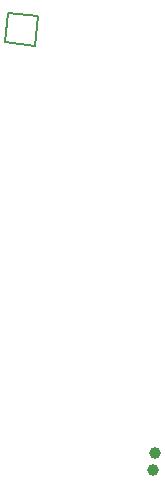
<source format=gbr>
%TF.GenerationSoftware,KiCad,Pcbnew,(6.0.10)*%
%TF.CreationDate,2022-12-29T01:24:58+02:00*%
%TF.ProjectId,fudim,66756469-6d2e-46b6-9963-61645f706362,v1.0.0*%
%TF.SameCoordinates,Original*%
%TF.FileFunction,Legend,Top*%
%TF.FilePolarity,Positive*%
%FSLAX46Y46*%
G04 Gerber Fmt 4.6, Leading zero omitted, Abs format (unit mm)*
G04 Created by KiCad (PCBNEW (6.0.10)) date 2022-12-29 01:24:58*
%MOMM*%
%LPD*%
G01*
G04 APERTURE LIST*
%ADD10C,0.150000*%
%ADD11C,1.000000*%
G04 APERTURE END LIST*
D10*
%TO.C,*%
%TO.C,MCU1*%
%TO.C,*%
%TO.C,MCU1*%
X112851327Y27172993D02*
X112541779Y24651925D01*
X112541779Y24651925D02*
X110020711Y24961474D01*
X112851327Y27172993D02*
X110330260Y27482541D01*
X110020711Y24961474D02*
X110330260Y27482541D01*
%TD*%
D11*
%TO.C,*%
X122769221Y-9801296D03*
X122586417Y-11290116D03*
%TD*%
M02*

</source>
